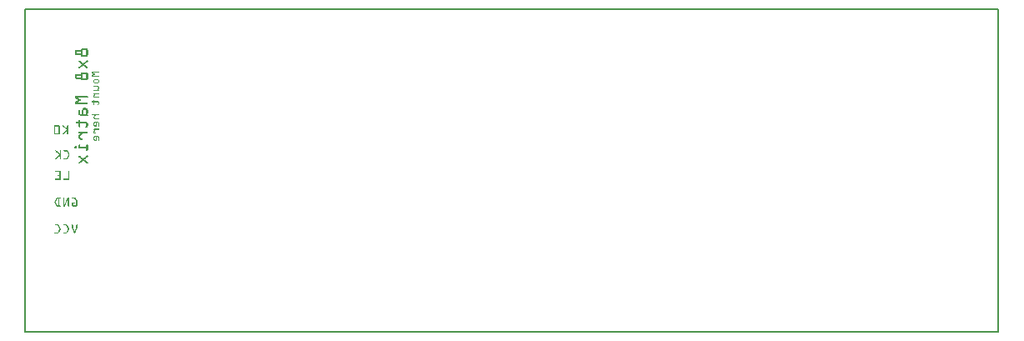
<source format=gbo>
G04 MADE WITH FRITZING*
G04 WWW.FRITZING.ORG*
G04 DOUBLE SIDED*
G04 HOLES PLATED*
G04 CONTOUR ON CENTER OF CONTOUR VECTOR*
%ASAXBY*%
%FSLAX23Y23*%
%MOIN*%
%OFA0B0*%
%SFA1.0B1.0*%
%ADD10R,3.897640X1.299210X3.881640X1.283210*%
%ADD11C,0.008000*%
%ADD12R,0.001000X0.001000*%
%LNSILK0*%
G90*
G70*
G54D11*
X4Y1295D02*
X3894Y1295D01*
X3894Y4D01*
X4Y4D01*
X4Y1295D01*
D02*
G54D12*
X230Y1137D02*
X249Y1137D01*
X229Y1136D02*
X251Y1136D01*
X227Y1135D02*
X252Y1135D01*
X227Y1134D02*
X253Y1134D01*
X226Y1133D02*
X253Y1133D01*
X226Y1132D02*
X254Y1132D01*
X226Y1131D02*
X254Y1131D01*
X205Y1130D02*
X231Y1130D01*
X248Y1130D02*
X254Y1130D01*
X204Y1129D02*
X231Y1129D01*
X248Y1129D02*
X254Y1129D01*
X203Y1128D02*
X231Y1128D01*
X248Y1128D02*
X254Y1128D01*
X203Y1127D02*
X231Y1127D01*
X248Y1127D02*
X254Y1127D01*
X203Y1126D02*
X231Y1126D01*
X248Y1126D02*
X254Y1126D01*
X203Y1125D02*
X231Y1125D01*
X248Y1125D02*
X254Y1125D01*
X203Y1124D02*
X209Y1124D01*
X225Y1124D02*
X231Y1124D01*
X248Y1124D02*
X254Y1124D01*
X203Y1123D02*
X209Y1123D01*
X226Y1123D02*
X231Y1123D01*
X248Y1123D02*
X254Y1123D01*
X203Y1122D02*
X209Y1122D01*
X226Y1122D02*
X231Y1122D01*
X248Y1122D02*
X254Y1122D01*
X203Y1121D02*
X209Y1121D01*
X226Y1121D02*
X231Y1121D01*
X248Y1121D02*
X254Y1121D01*
X203Y1120D02*
X209Y1120D01*
X226Y1120D02*
X231Y1120D01*
X248Y1120D02*
X254Y1120D01*
X203Y1119D02*
X209Y1119D01*
X226Y1119D02*
X231Y1119D01*
X248Y1119D02*
X254Y1119D01*
X203Y1118D02*
X209Y1118D01*
X226Y1118D02*
X231Y1118D01*
X248Y1118D02*
X254Y1118D01*
X203Y1117D02*
X231Y1117D01*
X248Y1117D02*
X254Y1117D01*
X203Y1116D02*
X231Y1116D01*
X248Y1116D02*
X254Y1116D01*
X203Y1115D02*
X231Y1115D01*
X248Y1115D02*
X254Y1115D01*
X203Y1114D02*
X231Y1114D01*
X248Y1114D02*
X254Y1114D01*
X204Y1113D02*
X231Y1113D01*
X248Y1113D02*
X254Y1113D01*
X204Y1112D02*
X231Y1112D01*
X248Y1112D02*
X254Y1112D01*
X225Y1111D02*
X254Y1111D01*
X226Y1110D02*
X254Y1110D01*
X226Y1109D02*
X253Y1109D01*
X227Y1108D02*
X253Y1108D01*
X227Y1107D02*
X252Y1107D01*
X228Y1106D02*
X251Y1106D01*
X230Y1105D02*
X250Y1105D01*
X220Y1089D02*
X220Y1089D01*
X249Y1089D02*
X252Y1089D01*
X218Y1088D02*
X222Y1088D01*
X248Y1088D02*
X253Y1088D01*
X218Y1087D02*
X223Y1087D01*
X247Y1087D02*
X254Y1087D01*
X217Y1086D02*
X225Y1086D01*
X246Y1086D02*
X254Y1086D01*
X217Y1085D02*
X226Y1085D01*
X244Y1085D02*
X253Y1085D01*
X218Y1084D02*
X227Y1084D01*
X243Y1084D02*
X253Y1084D01*
X219Y1083D02*
X228Y1083D01*
X242Y1083D02*
X252Y1083D01*
X220Y1082D02*
X229Y1082D01*
X241Y1082D02*
X250Y1082D01*
X221Y1081D02*
X231Y1081D01*
X240Y1081D02*
X249Y1081D01*
X222Y1080D02*
X232Y1080D01*
X238Y1080D02*
X248Y1080D01*
X224Y1079D02*
X233Y1079D01*
X237Y1079D02*
X247Y1079D01*
X225Y1078D02*
X234Y1078D01*
X236Y1078D02*
X246Y1078D01*
X226Y1077D02*
X244Y1077D01*
X227Y1076D02*
X243Y1076D01*
X228Y1075D02*
X242Y1075D01*
X230Y1074D02*
X241Y1074D01*
X230Y1073D02*
X240Y1073D01*
X229Y1072D02*
X241Y1072D01*
X228Y1071D02*
X243Y1071D01*
X226Y1070D02*
X244Y1070D01*
X225Y1069D02*
X245Y1069D01*
X224Y1068D02*
X233Y1068D01*
X237Y1068D02*
X246Y1068D01*
X223Y1067D02*
X232Y1067D01*
X238Y1067D02*
X248Y1067D01*
X222Y1066D02*
X231Y1066D01*
X239Y1066D02*
X249Y1066D01*
X220Y1065D02*
X230Y1065D01*
X240Y1065D02*
X250Y1065D01*
X219Y1064D02*
X229Y1064D01*
X242Y1064D02*
X251Y1064D01*
X218Y1063D02*
X227Y1063D01*
X243Y1063D02*
X252Y1063D01*
X218Y1062D02*
X226Y1062D01*
X244Y1062D02*
X253Y1062D01*
X217Y1061D02*
X225Y1061D01*
X245Y1061D02*
X254Y1061D01*
X218Y1060D02*
X224Y1060D01*
X246Y1060D02*
X254Y1060D01*
X218Y1059D02*
X223Y1059D01*
X248Y1059D02*
X253Y1059D01*
X219Y1058D02*
X221Y1058D01*
X249Y1058D02*
X253Y1058D01*
X251Y1057D02*
X251Y1057D01*
X269Y1044D02*
X298Y1044D01*
X269Y1043D02*
X299Y1043D01*
X231Y1042D02*
X248Y1042D01*
X269Y1042D02*
X299Y1042D01*
X229Y1041D02*
X251Y1041D01*
X269Y1041D02*
X298Y1041D01*
X228Y1040D02*
X252Y1040D01*
X269Y1040D02*
X274Y1040D01*
X227Y1039D02*
X253Y1039D01*
X270Y1039D02*
X276Y1039D01*
X226Y1038D02*
X253Y1038D01*
X271Y1038D02*
X277Y1038D01*
X226Y1037D02*
X254Y1037D01*
X273Y1037D02*
X279Y1037D01*
X226Y1036D02*
X254Y1036D01*
X274Y1036D02*
X281Y1036D01*
X205Y1035D02*
X231Y1035D01*
X248Y1035D02*
X254Y1035D01*
X275Y1035D02*
X282Y1035D01*
X204Y1034D02*
X231Y1034D01*
X248Y1034D02*
X254Y1034D01*
X275Y1034D02*
X282Y1034D01*
X203Y1033D02*
X231Y1033D01*
X248Y1033D02*
X254Y1033D01*
X273Y1033D02*
X281Y1033D01*
X203Y1032D02*
X231Y1032D01*
X248Y1032D02*
X254Y1032D01*
X272Y1032D02*
X278Y1032D01*
X203Y1031D02*
X231Y1031D01*
X248Y1031D02*
X254Y1031D01*
X271Y1031D02*
X277Y1031D01*
X203Y1030D02*
X231Y1030D01*
X248Y1030D02*
X254Y1030D01*
X269Y1030D02*
X275Y1030D01*
X203Y1029D02*
X231Y1029D01*
X248Y1029D02*
X254Y1029D01*
X269Y1029D02*
X274Y1029D01*
X203Y1028D02*
X209Y1028D01*
X226Y1028D02*
X231Y1028D01*
X248Y1028D02*
X254Y1028D01*
X269Y1028D02*
X298Y1028D01*
X203Y1027D02*
X209Y1027D01*
X226Y1027D02*
X231Y1027D01*
X248Y1027D02*
X254Y1027D01*
X269Y1027D02*
X299Y1027D01*
X203Y1026D02*
X209Y1026D01*
X226Y1026D02*
X231Y1026D01*
X248Y1026D02*
X254Y1026D01*
X269Y1026D02*
X299Y1026D01*
X203Y1025D02*
X209Y1025D01*
X226Y1025D02*
X231Y1025D01*
X248Y1025D02*
X254Y1025D01*
X269Y1025D02*
X297Y1025D01*
X203Y1024D02*
X209Y1024D01*
X226Y1024D02*
X231Y1024D01*
X248Y1024D02*
X254Y1024D01*
X203Y1023D02*
X209Y1023D01*
X226Y1023D02*
X231Y1023D01*
X248Y1023D02*
X254Y1023D01*
X203Y1022D02*
X231Y1022D01*
X248Y1022D02*
X254Y1022D01*
X203Y1021D02*
X231Y1021D01*
X248Y1021D02*
X254Y1021D01*
X203Y1020D02*
X231Y1020D01*
X248Y1020D02*
X254Y1020D01*
X203Y1019D02*
X231Y1019D01*
X248Y1019D02*
X254Y1019D01*
X204Y1018D02*
X231Y1018D01*
X248Y1018D02*
X254Y1018D01*
X204Y1017D02*
X231Y1017D01*
X248Y1017D02*
X254Y1017D01*
X207Y1016D02*
X254Y1016D01*
X226Y1015D02*
X254Y1015D01*
X281Y1015D02*
X295Y1015D01*
X226Y1014D02*
X253Y1014D01*
X280Y1014D02*
X296Y1014D01*
X226Y1013D02*
X253Y1013D01*
X279Y1013D02*
X297Y1013D01*
X227Y1012D02*
X252Y1012D01*
X278Y1012D02*
X298Y1012D01*
X228Y1011D02*
X251Y1011D01*
X278Y1011D02*
X282Y1011D01*
X294Y1011D02*
X298Y1011D01*
X230Y1010D02*
X250Y1010D01*
X278Y1010D02*
X281Y1010D01*
X295Y1010D02*
X299Y1010D01*
X277Y1009D02*
X280Y1009D01*
X296Y1009D02*
X299Y1009D01*
X277Y1008D02*
X280Y1008D01*
X296Y1008D02*
X299Y1008D01*
X277Y1007D02*
X280Y1007D01*
X296Y1007D02*
X299Y1007D01*
X277Y1006D02*
X280Y1006D01*
X296Y1006D02*
X299Y1006D01*
X277Y1005D02*
X280Y1005D01*
X296Y1005D02*
X299Y1005D01*
X277Y1004D02*
X280Y1004D01*
X296Y1004D02*
X299Y1004D01*
X277Y1003D02*
X280Y1003D01*
X296Y1003D02*
X299Y1003D01*
X278Y1002D02*
X281Y1002D01*
X295Y1002D02*
X299Y1002D01*
X278Y1001D02*
X282Y1001D01*
X294Y1001D02*
X298Y1001D01*
X279Y1000D02*
X297Y1000D01*
X279Y999D02*
X297Y999D01*
X280Y998D02*
X296Y998D01*
X282Y997D02*
X294Y997D01*
X278Y987D02*
X292Y987D01*
X277Y986D02*
X296Y986D01*
X277Y985D02*
X297Y985D01*
X278Y984D02*
X298Y984D01*
X293Y983D02*
X298Y983D01*
X295Y982D02*
X299Y982D01*
X296Y981D02*
X299Y981D01*
X296Y980D02*
X299Y980D01*
X296Y979D02*
X299Y979D01*
X296Y978D02*
X299Y978D01*
X295Y977D02*
X298Y977D01*
X294Y976D02*
X298Y976D01*
X294Y975D02*
X297Y975D01*
X293Y974D02*
X297Y974D01*
X292Y973D02*
X296Y973D01*
X292Y972D02*
X296Y972D01*
X278Y971D02*
X298Y971D01*
X277Y970D02*
X299Y970D01*
X278Y969D02*
X299Y969D01*
X278Y968D02*
X298Y968D01*
X278Y958D02*
X298Y958D01*
X277Y957D02*
X299Y957D01*
X278Y956D02*
X299Y956D01*
X279Y955D02*
X297Y955D01*
X280Y954D02*
X284Y954D01*
X279Y953D02*
X283Y953D01*
X279Y952D02*
X283Y952D01*
X278Y951D02*
X282Y951D01*
X278Y950D02*
X281Y950D01*
X277Y949D02*
X281Y949D01*
X277Y948D02*
X280Y948D01*
X277Y947D02*
X280Y947D01*
X203Y946D02*
X253Y946D01*
X277Y946D02*
X280Y946D01*
X203Y945D02*
X253Y945D01*
X277Y945D02*
X280Y945D01*
X203Y944D02*
X254Y944D01*
X278Y944D02*
X281Y944D01*
X203Y943D02*
X254Y943D01*
X278Y943D02*
X298Y943D01*
X203Y942D02*
X253Y942D01*
X279Y942D02*
X299Y942D01*
X203Y941D02*
X252Y941D01*
X280Y941D02*
X299Y941D01*
X203Y940D02*
X212Y940D01*
X282Y940D02*
X298Y940D01*
X203Y939D02*
X214Y939D01*
X204Y938D02*
X215Y938D01*
X206Y937D02*
X216Y937D01*
X207Y936D02*
X218Y936D01*
X209Y935D02*
X219Y935D01*
X210Y934D02*
X221Y934D01*
X212Y933D02*
X225Y933D01*
X213Y932D02*
X226Y932D01*
X214Y931D02*
X226Y931D01*
X214Y930D02*
X226Y930D01*
X278Y930D02*
X279Y930D01*
X213Y929D02*
X225Y929D01*
X277Y929D02*
X280Y929D01*
X211Y928D02*
X224Y928D01*
X277Y928D02*
X280Y928D01*
X210Y927D02*
X220Y927D01*
X277Y927D02*
X280Y927D01*
X208Y926D02*
X219Y926D01*
X271Y926D02*
X295Y926D01*
X207Y925D02*
X217Y925D01*
X271Y925D02*
X297Y925D01*
X205Y924D02*
X216Y924D01*
X271Y924D02*
X298Y924D01*
X204Y923D02*
X215Y923D01*
X271Y923D02*
X298Y923D01*
X203Y922D02*
X213Y922D01*
X277Y922D02*
X280Y922D01*
X295Y922D02*
X299Y922D01*
X203Y921D02*
X212Y921D01*
X277Y921D02*
X280Y921D01*
X296Y921D02*
X299Y921D01*
X203Y920D02*
X253Y920D01*
X277Y920D02*
X280Y920D01*
X296Y920D02*
X299Y920D01*
X203Y919D02*
X253Y919D01*
X277Y919D02*
X280Y919D01*
X296Y919D02*
X299Y919D01*
X203Y918D02*
X254Y918D01*
X277Y918D02*
X280Y918D01*
X296Y918D02*
X299Y918D01*
X203Y917D02*
X254Y917D01*
X277Y917D02*
X280Y917D01*
X296Y917D02*
X299Y917D01*
X203Y916D02*
X253Y916D01*
X277Y916D02*
X280Y916D01*
X296Y916D02*
X299Y916D01*
X203Y915D02*
X253Y915D01*
X277Y915D02*
X280Y915D01*
X295Y915D02*
X299Y915D01*
X277Y914D02*
X280Y914D01*
X293Y914D02*
X298Y914D01*
X278Y913D02*
X279Y913D01*
X292Y913D02*
X297Y913D01*
X293Y912D02*
X296Y912D01*
X293Y911D02*
X295Y911D01*
X238Y899D02*
X247Y899D01*
X236Y898D02*
X249Y898D01*
X235Y897D02*
X250Y897D01*
X234Y896D02*
X251Y896D01*
X233Y895D02*
X252Y895D01*
X232Y894D02*
X253Y894D01*
X232Y893D02*
X253Y893D01*
X218Y892D02*
X222Y892D01*
X232Y892D02*
X238Y892D01*
X247Y892D02*
X253Y892D01*
X218Y891D02*
X223Y891D01*
X231Y891D02*
X237Y891D01*
X248Y891D02*
X254Y891D01*
X217Y890D02*
X223Y890D01*
X231Y890D02*
X237Y890D01*
X248Y890D02*
X254Y890D01*
X217Y889D02*
X223Y889D01*
X231Y889D02*
X237Y889D01*
X248Y889D02*
X254Y889D01*
X217Y888D02*
X223Y888D01*
X231Y888D02*
X237Y888D01*
X248Y888D02*
X254Y888D01*
X217Y887D02*
X223Y887D01*
X231Y887D02*
X237Y887D01*
X248Y887D02*
X254Y887D01*
X217Y886D02*
X223Y886D01*
X231Y886D02*
X237Y886D01*
X248Y886D02*
X254Y886D01*
X217Y885D02*
X223Y885D01*
X231Y885D02*
X237Y885D01*
X248Y885D02*
X254Y885D01*
X217Y884D02*
X223Y884D01*
X231Y884D02*
X237Y884D01*
X248Y884D02*
X254Y884D01*
X217Y883D02*
X223Y883D01*
X231Y883D02*
X237Y883D01*
X248Y883D02*
X254Y883D01*
X217Y882D02*
X223Y882D01*
X231Y882D02*
X237Y882D01*
X248Y882D02*
X254Y882D01*
X217Y881D02*
X223Y881D01*
X231Y881D02*
X237Y881D01*
X248Y881D02*
X254Y881D01*
X217Y880D02*
X223Y880D01*
X231Y880D02*
X237Y880D01*
X248Y880D02*
X254Y880D01*
X217Y879D02*
X223Y879D01*
X231Y879D02*
X237Y879D01*
X247Y879D02*
X254Y879D01*
X217Y878D02*
X223Y878D01*
X231Y878D02*
X237Y878D01*
X246Y878D02*
X253Y878D01*
X217Y877D02*
X223Y877D01*
X231Y877D02*
X237Y877D01*
X246Y877D02*
X253Y877D01*
X217Y876D02*
X223Y876D01*
X231Y876D02*
X237Y876D01*
X245Y876D02*
X252Y876D01*
X218Y875D02*
X224Y875D01*
X232Y875D02*
X238Y875D01*
X245Y875D02*
X251Y875D01*
X218Y874D02*
X239Y874D01*
X244Y874D02*
X251Y874D01*
X218Y873D02*
X252Y873D01*
X270Y873D02*
X298Y873D01*
X219Y872D02*
X253Y872D01*
X269Y872D02*
X299Y872D01*
X220Y871D02*
X254Y871D01*
X269Y871D02*
X299Y871D01*
X221Y870D02*
X254Y870D01*
X270Y870D02*
X298Y870D01*
X222Y869D02*
X254Y869D01*
X280Y869D02*
X284Y869D01*
X224Y868D02*
X253Y868D01*
X280Y868D02*
X284Y868D01*
X241Y867D02*
X252Y867D01*
X279Y867D02*
X283Y867D01*
X279Y866D02*
X282Y866D01*
X278Y865D02*
X282Y865D01*
X278Y864D02*
X281Y864D01*
X277Y863D02*
X280Y863D01*
X277Y862D02*
X280Y862D01*
X277Y861D02*
X280Y861D01*
X277Y860D02*
X280Y860D01*
X277Y859D02*
X281Y859D01*
X278Y858D02*
X285Y858D01*
X278Y857D02*
X298Y857D01*
X279Y856D02*
X299Y856D01*
X280Y855D02*
X299Y855D01*
X287Y854D02*
X298Y854D01*
X219Y851D02*
X222Y851D01*
X218Y850D02*
X223Y850D01*
X217Y849D02*
X223Y849D01*
X217Y848D02*
X223Y848D01*
X217Y847D02*
X223Y847D01*
X217Y846D02*
X223Y846D01*
X208Y845D02*
X246Y845D01*
X207Y844D02*
X249Y844D01*
X282Y844D02*
X295Y844D01*
X206Y843D02*
X250Y843D01*
X280Y843D02*
X296Y843D01*
X206Y842D02*
X251Y842D01*
X279Y842D02*
X297Y842D01*
X206Y841D02*
X252Y841D01*
X279Y841D02*
X298Y841D01*
X207Y840D02*
X253Y840D01*
X278Y840D02*
X282Y840D01*
X287Y840D02*
X290Y840D01*
X294Y840D02*
X298Y840D01*
X208Y839D02*
X253Y839D01*
X278Y839D02*
X281Y839D01*
X287Y839D02*
X290Y839D01*
X295Y839D02*
X299Y839D01*
X217Y838D02*
X223Y838D01*
X247Y838D02*
X253Y838D01*
X277Y838D02*
X280Y838D01*
X287Y838D02*
X290Y838D01*
X296Y838D02*
X299Y838D01*
X217Y837D02*
X223Y837D01*
X248Y837D02*
X254Y837D01*
X277Y837D02*
X280Y837D01*
X287Y837D02*
X290Y837D01*
X296Y837D02*
X299Y837D01*
X217Y836D02*
X223Y836D01*
X248Y836D02*
X254Y836D01*
X277Y836D02*
X280Y836D01*
X287Y836D02*
X290Y836D01*
X296Y836D02*
X299Y836D01*
X217Y835D02*
X223Y835D01*
X248Y835D02*
X254Y835D01*
X277Y835D02*
X280Y835D01*
X287Y835D02*
X290Y835D01*
X296Y835D02*
X299Y835D01*
X217Y834D02*
X223Y834D01*
X248Y834D02*
X254Y834D01*
X277Y834D02*
X280Y834D01*
X287Y834D02*
X290Y834D01*
X296Y834D02*
X299Y834D01*
X217Y833D02*
X223Y833D01*
X248Y833D02*
X254Y833D01*
X277Y833D02*
X280Y833D01*
X287Y833D02*
X290Y833D01*
X296Y833D02*
X299Y833D01*
X217Y832D02*
X223Y832D01*
X248Y832D02*
X254Y832D01*
X277Y832D02*
X280Y832D01*
X287Y832D02*
X290Y832D01*
X296Y832D02*
X299Y832D01*
X217Y831D02*
X223Y831D01*
X248Y831D02*
X254Y831D01*
X278Y831D02*
X281Y831D01*
X287Y831D02*
X290Y831D01*
X296Y831D02*
X299Y831D01*
X122Y830D02*
X138Y830D01*
X154Y830D02*
X155Y830D01*
X173Y830D02*
X174Y830D01*
X217Y830D02*
X223Y830D01*
X248Y830D02*
X254Y830D01*
X278Y830D02*
X282Y830D01*
X287Y830D02*
X290Y830D01*
X296Y830D02*
X299Y830D01*
X120Y829D02*
X139Y829D01*
X153Y829D02*
X156Y829D01*
X172Y829D02*
X175Y829D01*
X217Y829D02*
X223Y829D01*
X248Y829D02*
X254Y829D01*
X278Y829D02*
X290Y829D01*
X296Y829D02*
X299Y829D01*
X119Y828D02*
X140Y828D01*
X153Y828D02*
X158Y828D01*
X172Y828D02*
X175Y828D01*
X217Y828D02*
X223Y828D01*
X248Y828D02*
X254Y828D01*
X279Y828D02*
X290Y828D01*
X296Y828D02*
X299Y828D01*
X119Y827D02*
X141Y827D01*
X153Y827D02*
X159Y827D01*
X171Y827D02*
X175Y827D01*
X217Y827D02*
X223Y827D01*
X247Y827D02*
X254Y827D01*
X280Y827D02*
X290Y827D01*
X296Y827D02*
X299Y827D01*
X119Y826D02*
X141Y826D01*
X154Y826D02*
X160Y826D01*
X171Y826D02*
X175Y826D01*
X217Y826D02*
X223Y826D01*
X246Y826D02*
X253Y826D01*
X281Y826D02*
X290Y826D01*
X296Y826D02*
X298Y826D01*
X119Y825D02*
X122Y825D01*
X137Y825D02*
X141Y825D01*
X155Y825D02*
X161Y825D01*
X171Y825D02*
X175Y825D01*
X217Y825D02*
X223Y825D01*
X244Y825D02*
X253Y825D01*
X119Y824D02*
X122Y824D01*
X137Y824D02*
X141Y824D01*
X156Y824D02*
X162Y824D01*
X171Y824D02*
X175Y824D01*
X218Y824D02*
X223Y824D01*
X243Y824D02*
X252Y824D01*
X119Y823D02*
X122Y823D01*
X137Y823D02*
X141Y823D01*
X157Y823D02*
X163Y823D01*
X171Y823D02*
X175Y823D01*
X219Y823D02*
X222Y823D01*
X243Y823D02*
X252Y823D01*
X119Y822D02*
X122Y822D01*
X137Y822D02*
X141Y822D01*
X158Y822D02*
X165Y822D01*
X171Y822D02*
X175Y822D01*
X243Y822D02*
X251Y822D01*
X119Y821D02*
X122Y821D01*
X137Y821D02*
X141Y821D01*
X159Y821D02*
X166Y821D01*
X171Y821D02*
X175Y821D01*
X243Y821D02*
X250Y821D01*
X119Y820D02*
X122Y820D01*
X137Y820D02*
X141Y820D01*
X161Y820D02*
X167Y820D01*
X171Y820D02*
X175Y820D01*
X244Y820D02*
X248Y820D01*
X119Y819D02*
X122Y819D01*
X137Y819D02*
X141Y819D01*
X162Y819D02*
X168Y819D01*
X171Y819D02*
X175Y819D01*
X119Y818D02*
X122Y818D01*
X137Y818D02*
X141Y818D01*
X163Y818D02*
X169Y818D01*
X171Y818D02*
X175Y818D01*
X119Y817D02*
X122Y817D01*
X137Y817D02*
X141Y817D01*
X164Y817D02*
X175Y817D01*
X119Y816D02*
X122Y816D01*
X137Y816D02*
X141Y816D01*
X165Y816D02*
X175Y816D01*
X279Y816D02*
X298Y816D01*
X119Y815D02*
X122Y815D01*
X137Y815D02*
X141Y815D01*
X166Y815D02*
X175Y815D01*
X278Y815D02*
X299Y815D01*
X119Y814D02*
X122Y814D01*
X137Y814D02*
X141Y814D01*
X168Y814D02*
X175Y814D01*
X277Y814D02*
X299Y814D01*
X119Y813D02*
X122Y813D01*
X137Y813D02*
X141Y813D01*
X169Y813D02*
X175Y813D01*
X278Y813D02*
X298Y813D01*
X119Y812D02*
X122Y812D01*
X137Y812D02*
X141Y812D01*
X170Y812D02*
X175Y812D01*
X281Y812D02*
X286Y812D01*
X119Y811D02*
X122Y811D01*
X137Y811D02*
X141Y811D01*
X169Y811D02*
X175Y811D01*
X281Y811D02*
X285Y811D01*
X119Y810D02*
X122Y810D01*
X137Y810D02*
X141Y810D01*
X168Y810D02*
X175Y810D01*
X280Y810D02*
X284Y810D01*
X119Y809D02*
X122Y809D01*
X137Y809D02*
X141Y809D01*
X167Y809D02*
X175Y809D01*
X279Y809D02*
X283Y809D01*
X119Y808D02*
X122Y808D01*
X137Y808D02*
X141Y808D01*
X166Y808D02*
X175Y808D01*
X278Y808D02*
X282Y808D01*
X119Y807D02*
X122Y807D01*
X137Y807D02*
X141Y807D01*
X165Y807D02*
X175Y807D01*
X277Y807D02*
X282Y807D01*
X119Y806D02*
X122Y806D01*
X137Y806D02*
X141Y806D01*
X163Y806D02*
X175Y806D01*
X277Y806D02*
X281Y806D01*
X119Y805D02*
X122Y805D01*
X137Y805D02*
X141Y805D01*
X162Y805D02*
X169Y805D01*
X171Y805D02*
X175Y805D01*
X277Y805D02*
X280Y805D01*
X119Y804D02*
X122Y804D01*
X137Y804D02*
X141Y804D01*
X161Y804D02*
X167Y804D01*
X171Y804D02*
X175Y804D01*
X219Y804D02*
X252Y804D01*
X277Y804D02*
X280Y804D01*
X119Y803D02*
X122Y803D01*
X137Y803D02*
X141Y803D01*
X160Y803D02*
X166Y803D01*
X171Y803D02*
X175Y803D01*
X218Y803D02*
X253Y803D01*
X277Y803D02*
X280Y803D01*
X119Y802D02*
X122Y802D01*
X137Y802D02*
X141Y802D01*
X159Y802D02*
X165Y802D01*
X171Y802D02*
X175Y802D01*
X218Y802D02*
X254Y802D01*
X277Y802D02*
X280Y802D01*
X119Y801D02*
X122Y801D01*
X137Y801D02*
X141Y801D01*
X158Y801D02*
X164Y801D01*
X171Y801D02*
X175Y801D01*
X217Y801D02*
X254Y801D01*
X278Y801D02*
X281Y801D01*
X119Y800D02*
X122Y800D01*
X137Y800D02*
X141Y800D01*
X156Y800D02*
X163Y800D01*
X171Y800D02*
X175Y800D01*
X218Y800D02*
X254Y800D01*
X278Y800D02*
X285Y800D01*
X119Y799D02*
X122Y799D01*
X137Y799D02*
X141Y799D01*
X155Y799D02*
X162Y799D01*
X171Y799D02*
X175Y799D01*
X218Y799D02*
X253Y799D01*
X278Y799D02*
X285Y799D01*
X119Y798D02*
X141Y798D01*
X154Y798D02*
X160Y798D01*
X171Y798D02*
X175Y798D01*
X219Y798D02*
X252Y798D01*
X279Y798D02*
X285Y798D01*
X119Y797D02*
X141Y797D01*
X153Y797D02*
X159Y797D01*
X171Y797D02*
X175Y797D01*
X224Y797D02*
X232Y797D01*
X281Y797D02*
X285Y797D01*
X119Y796D02*
X141Y796D01*
X153Y796D02*
X158Y796D01*
X171Y796D02*
X175Y796D01*
X223Y796D02*
X231Y796D01*
X120Y795D02*
X140Y795D01*
X153Y795D02*
X157Y795D01*
X172Y795D02*
X175Y795D01*
X222Y795D02*
X230Y795D01*
X121Y794D02*
X139Y794D01*
X154Y794D02*
X156Y794D01*
X172Y794D02*
X174Y794D01*
X222Y794D02*
X229Y794D01*
X221Y793D02*
X228Y793D01*
X220Y792D02*
X228Y792D01*
X219Y791D02*
X227Y791D01*
X218Y790D02*
X226Y790D01*
X218Y789D02*
X225Y789D01*
X217Y788D02*
X224Y788D01*
X217Y787D02*
X223Y787D01*
X282Y787D02*
X294Y787D01*
X217Y786D02*
X223Y786D01*
X280Y786D02*
X296Y786D01*
X217Y785D02*
X223Y785D01*
X279Y785D02*
X297Y785D01*
X217Y784D02*
X223Y784D01*
X279Y784D02*
X298Y784D01*
X217Y783D02*
X223Y783D01*
X278Y783D02*
X282Y783D01*
X287Y783D02*
X290Y783D01*
X294Y783D02*
X298Y783D01*
X217Y782D02*
X223Y782D01*
X278Y782D02*
X281Y782D01*
X287Y782D02*
X290Y782D01*
X295Y782D02*
X299Y782D01*
X217Y781D02*
X223Y781D01*
X277Y781D02*
X280Y781D01*
X287Y781D02*
X290Y781D01*
X296Y781D02*
X299Y781D01*
X217Y780D02*
X223Y780D01*
X277Y780D02*
X280Y780D01*
X287Y780D02*
X290Y780D01*
X296Y780D02*
X299Y780D01*
X218Y779D02*
X224Y779D01*
X277Y779D02*
X280Y779D01*
X287Y779D02*
X290Y779D01*
X296Y779D02*
X299Y779D01*
X218Y778D02*
X229Y778D01*
X277Y778D02*
X280Y778D01*
X287Y778D02*
X290Y778D01*
X296Y778D02*
X299Y778D01*
X218Y777D02*
X231Y777D01*
X277Y777D02*
X280Y777D01*
X287Y777D02*
X290Y777D01*
X296Y777D02*
X299Y777D01*
X219Y776D02*
X231Y776D01*
X277Y776D02*
X280Y776D01*
X287Y776D02*
X290Y776D01*
X296Y776D02*
X299Y776D01*
X220Y775D02*
X231Y775D01*
X277Y775D02*
X280Y775D01*
X287Y775D02*
X290Y775D01*
X296Y775D02*
X299Y775D01*
X221Y774D02*
X231Y774D01*
X278Y774D02*
X281Y774D01*
X287Y774D02*
X290Y774D01*
X296Y774D02*
X299Y774D01*
X222Y773D02*
X231Y773D01*
X278Y773D02*
X282Y773D01*
X287Y773D02*
X290Y773D01*
X296Y773D02*
X299Y773D01*
X224Y772D02*
X230Y772D01*
X278Y772D02*
X283Y772D01*
X287Y772D02*
X290Y772D01*
X296Y772D02*
X299Y772D01*
X279Y771D02*
X290Y771D01*
X296Y771D02*
X299Y771D01*
X280Y770D02*
X290Y770D01*
X296Y770D02*
X299Y770D01*
X281Y769D02*
X290Y769D01*
X296Y769D02*
X298Y769D01*
X284Y768D02*
X288Y768D01*
X219Y753D02*
X221Y753D01*
X250Y753D02*
X252Y753D01*
X218Y752D02*
X222Y752D01*
X249Y752D02*
X253Y752D01*
X217Y751D02*
X223Y751D01*
X248Y751D02*
X254Y751D01*
X217Y750D02*
X223Y750D01*
X248Y750D02*
X254Y750D01*
X217Y749D02*
X223Y749D01*
X248Y749D02*
X254Y749D01*
X217Y748D02*
X223Y748D01*
X248Y748D02*
X254Y748D01*
X217Y747D02*
X223Y747D01*
X248Y747D02*
X254Y747D01*
X202Y746D02*
X208Y746D01*
X217Y746D02*
X223Y746D01*
X248Y746D02*
X254Y746D01*
X201Y745D02*
X209Y745D01*
X217Y745D02*
X223Y745D01*
X248Y745D02*
X254Y745D01*
X201Y744D02*
X209Y744D01*
X217Y744D02*
X223Y744D01*
X248Y744D02*
X254Y744D01*
X201Y743D02*
X209Y743D01*
X217Y743D02*
X254Y743D01*
X201Y742D02*
X209Y742D01*
X217Y742D02*
X254Y742D01*
X201Y741D02*
X209Y741D01*
X217Y741D02*
X254Y741D01*
X201Y740D02*
X209Y740D01*
X217Y740D02*
X254Y740D01*
X201Y739D02*
X209Y739D01*
X218Y739D02*
X254Y739D01*
X202Y738D02*
X208Y738D01*
X218Y738D02*
X254Y738D01*
X248Y737D02*
X254Y737D01*
X248Y736D02*
X254Y736D01*
X248Y735D02*
X254Y735D01*
X248Y734D02*
X254Y734D01*
X248Y733D02*
X254Y733D01*
X248Y732D02*
X254Y732D01*
X248Y731D02*
X254Y731D01*
X125Y730D02*
X126Y730D01*
X144Y730D02*
X145Y730D01*
X159Y730D02*
X170Y730D01*
X248Y730D02*
X254Y730D01*
X124Y729D02*
X127Y729D01*
X143Y729D02*
X146Y729D01*
X158Y729D02*
X172Y729D01*
X248Y729D02*
X253Y729D01*
X124Y728D02*
X129Y728D01*
X142Y728D02*
X146Y728D01*
X158Y728D02*
X173Y728D01*
X249Y728D02*
X253Y728D01*
X124Y727D02*
X130Y727D01*
X142Y727D02*
X146Y727D01*
X158Y727D02*
X174Y727D01*
X125Y726D02*
X131Y726D01*
X142Y726D02*
X146Y726D01*
X159Y726D02*
X175Y726D01*
X126Y725D02*
X132Y725D01*
X142Y725D02*
X146Y725D01*
X170Y725D02*
X175Y725D01*
X127Y724D02*
X133Y724D01*
X142Y724D02*
X146Y724D01*
X171Y724D02*
X176Y724D01*
X128Y723D02*
X134Y723D01*
X142Y723D02*
X146Y723D01*
X172Y723D02*
X176Y723D01*
X129Y722D02*
X136Y722D01*
X142Y722D02*
X146Y722D01*
X172Y722D02*
X177Y722D01*
X130Y721D02*
X137Y721D01*
X142Y721D02*
X146Y721D01*
X173Y721D02*
X177Y721D01*
X132Y720D02*
X138Y720D01*
X142Y720D02*
X146Y720D01*
X173Y720D02*
X178Y720D01*
X133Y719D02*
X139Y719D01*
X142Y719D02*
X146Y719D01*
X174Y719D02*
X178Y719D01*
X134Y718D02*
X140Y718D01*
X142Y718D02*
X146Y718D01*
X174Y718D02*
X179Y718D01*
X135Y717D02*
X146Y717D01*
X175Y717D02*
X179Y717D01*
X136Y716D02*
X146Y716D01*
X175Y716D02*
X180Y716D01*
X137Y715D02*
X146Y715D01*
X176Y715D02*
X180Y715D01*
X139Y714D02*
X146Y714D01*
X176Y714D02*
X180Y714D01*
X140Y713D02*
X146Y713D01*
X176Y713D02*
X180Y713D01*
X141Y712D02*
X146Y712D01*
X177Y712D02*
X180Y712D01*
X140Y711D02*
X146Y711D01*
X177Y711D02*
X180Y711D01*
X139Y710D02*
X146Y710D01*
X176Y710D02*
X180Y710D01*
X138Y709D02*
X146Y709D01*
X176Y709D02*
X180Y709D01*
X250Y709D02*
X251Y709D01*
X137Y708D02*
X146Y708D01*
X175Y708D02*
X180Y708D01*
X219Y708D02*
X221Y708D01*
X249Y708D02*
X253Y708D01*
X136Y707D02*
X146Y707D01*
X175Y707D02*
X179Y707D01*
X218Y707D02*
X223Y707D01*
X248Y707D02*
X254Y707D01*
X134Y706D02*
X146Y706D01*
X174Y706D02*
X179Y706D01*
X218Y706D02*
X224Y706D01*
X246Y706D02*
X254Y706D01*
X133Y705D02*
X140Y705D01*
X142Y705D02*
X146Y705D01*
X174Y705D02*
X178Y705D01*
X217Y705D02*
X225Y705D01*
X245Y705D02*
X254Y705D01*
X132Y704D02*
X138Y704D01*
X142Y704D02*
X146Y704D01*
X173Y704D02*
X178Y704D01*
X218Y704D02*
X226Y704D01*
X244Y704D02*
X253Y704D01*
X131Y703D02*
X137Y703D01*
X142Y703D02*
X146Y703D01*
X173Y703D02*
X177Y703D01*
X218Y703D02*
X227Y703D01*
X243Y703D02*
X252Y703D01*
X130Y702D02*
X136Y702D01*
X142Y702D02*
X146Y702D01*
X172Y702D02*
X177Y702D01*
X219Y702D02*
X229Y702D01*
X242Y702D02*
X251Y702D01*
X129Y701D02*
X135Y701D01*
X142Y701D02*
X146Y701D01*
X172Y701D02*
X176Y701D01*
X220Y701D02*
X230Y701D01*
X240Y701D02*
X250Y701D01*
X127Y700D02*
X134Y700D01*
X142Y700D02*
X146Y700D01*
X171Y700D02*
X176Y700D01*
X222Y700D02*
X231Y700D01*
X239Y700D02*
X249Y700D01*
X126Y699D02*
X133Y699D01*
X142Y699D02*
X146Y699D01*
X171Y699D02*
X175Y699D01*
X223Y699D02*
X232Y699D01*
X238Y699D02*
X247Y699D01*
X125Y698D02*
X131Y698D01*
X142Y698D02*
X146Y698D01*
X159Y698D02*
X175Y698D01*
X224Y698D02*
X233Y698D01*
X237Y698D02*
X246Y698D01*
X124Y697D02*
X130Y697D01*
X142Y697D02*
X146Y697D01*
X158Y697D02*
X174Y697D01*
X225Y697D02*
X245Y697D01*
X124Y696D02*
X129Y696D01*
X142Y696D02*
X146Y696D01*
X158Y696D02*
X173Y696D01*
X226Y696D02*
X244Y696D01*
X124Y695D02*
X128Y695D01*
X143Y695D02*
X146Y695D01*
X158Y695D02*
X172Y695D01*
X228Y695D02*
X243Y695D01*
X125Y694D02*
X127Y694D01*
X143Y694D02*
X145Y694D01*
X159Y694D02*
X171Y694D01*
X229Y694D02*
X241Y694D01*
X230Y693D02*
X240Y693D01*
X229Y692D02*
X241Y692D01*
X228Y691D02*
X242Y691D01*
X227Y690D02*
X243Y690D01*
X226Y689D02*
X244Y689D01*
X225Y688D02*
X234Y688D01*
X236Y688D02*
X246Y688D01*
X223Y687D02*
X233Y687D01*
X237Y687D02*
X247Y687D01*
X222Y686D02*
X232Y686D01*
X239Y686D02*
X248Y686D01*
X221Y685D02*
X230Y685D01*
X240Y685D02*
X249Y685D01*
X220Y684D02*
X229Y684D01*
X241Y684D02*
X250Y684D01*
X219Y683D02*
X228Y683D01*
X242Y683D02*
X252Y683D01*
X218Y682D02*
X227Y682D01*
X243Y682D02*
X253Y682D01*
X217Y681D02*
X226Y681D01*
X245Y681D02*
X253Y681D01*
X217Y680D02*
X224Y680D01*
X246Y680D02*
X254Y680D01*
X218Y679D02*
X223Y679D01*
X247Y679D02*
X254Y679D01*
X218Y678D02*
X222Y678D01*
X248Y678D02*
X253Y678D01*
X249Y677D02*
X252Y677D01*
X123Y648D02*
X145Y648D01*
X176Y648D02*
X178Y648D01*
X122Y647D02*
X145Y647D01*
X175Y647D02*
X179Y647D01*
X122Y646D02*
X145Y646D01*
X175Y646D02*
X179Y646D01*
X123Y645D02*
X145Y645D01*
X175Y645D02*
X179Y645D01*
X125Y644D02*
X145Y644D01*
X175Y644D02*
X179Y644D01*
X141Y643D02*
X145Y643D01*
X175Y643D02*
X179Y643D01*
X141Y642D02*
X145Y642D01*
X175Y642D02*
X179Y642D01*
X141Y641D02*
X145Y641D01*
X175Y641D02*
X179Y641D01*
X141Y640D02*
X145Y640D01*
X175Y640D02*
X179Y640D01*
X141Y639D02*
X145Y639D01*
X175Y639D02*
X179Y639D01*
X141Y638D02*
X145Y638D01*
X175Y638D02*
X179Y638D01*
X141Y637D02*
X145Y637D01*
X175Y637D02*
X179Y637D01*
X141Y636D02*
X145Y636D01*
X175Y636D02*
X179Y636D01*
X141Y635D02*
X145Y635D01*
X175Y635D02*
X179Y635D01*
X141Y634D02*
X145Y634D01*
X175Y634D02*
X179Y634D01*
X141Y633D02*
X145Y633D01*
X175Y633D02*
X179Y633D01*
X132Y632D02*
X145Y632D01*
X175Y632D02*
X179Y632D01*
X132Y631D02*
X145Y631D01*
X175Y631D02*
X179Y631D01*
X132Y630D02*
X145Y630D01*
X175Y630D02*
X179Y630D01*
X132Y629D02*
X145Y629D01*
X175Y629D02*
X179Y629D01*
X134Y628D02*
X145Y628D01*
X175Y628D02*
X179Y628D01*
X141Y627D02*
X145Y627D01*
X175Y627D02*
X179Y627D01*
X141Y626D02*
X145Y626D01*
X175Y626D02*
X179Y626D01*
X141Y625D02*
X145Y625D01*
X175Y625D02*
X179Y625D01*
X141Y624D02*
X145Y624D01*
X175Y624D02*
X179Y624D01*
X141Y623D02*
X145Y623D01*
X175Y623D02*
X179Y623D01*
X141Y622D02*
X145Y622D01*
X175Y622D02*
X179Y622D01*
X141Y621D02*
X145Y621D01*
X175Y621D02*
X179Y621D01*
X141Y620D02*
X145Y620D01*
X175Y620D02*
X179Y620D01*
X141Y619D02*
X145Y619D01*
X175Y619D02*
X179Y619D01*
X141Y618D02*
X145Y618D01*
X175Y618D02*
X179Y618D01*
X141Y617D02*
X145Y617D01*
X175Y617D02*
X179Y617D01*
X123Y616D02*
X145Y616D01*
X157Y616D02*
X179Y616D01*
X122Y615D02*
X145Y615D01*
X157Y615D02*
X179Y615D01*
X122Y614D02*
X145Y614D01*
X156Y614D02*
X179Y614D01*
X123Y613D02*
X145Y613D01*
X157Y613D02*
X179Y613D01*
X124Y612D02*
X144Y612D01*
X158Y612D02*
X179Y612D01*
X132Y541D02*
X143Y541D01*
X157Y541D02*
X158Y541D01*
X173Y541D02*
X178Y541D01*
X191Y541D02*
X201Y541D01*
X130Y540D02*
X144Y540D01*
X156Y540D02*
X159Y540D01*
X172Y540D02*
X178Y540D01*
X190Y540D02*
X202Y540D01*
X129Y539D02*
X144Y539D01*
X156Y539D02*
X159Y539D01*
X172Y539D02*
X178Y539D01*
X190Y539D02*
X204Y539D01*
X128Y538D02*
X144Y538D01*
X156Y538D02*
X159Y538D01*
X171Y538D02*
X178Y538D01*
X190Y538D02*
X204Y538D01*
X127Y537D02*
X143Y537D01*
X156Y537D02*
X159Y537D01*
X171Y537D02*
X178Y537D01*
X191Y537D02*
X205Y537D01*
X127Y536D02*
X131Y536D01*
X135Y536D02*
X139Y536D01*
X156Y536D02*
X159Y536D01*
X170Y536D02*
X178Y536D01*
X201Y536D02*
X206Y536D01*
X126Y535D02*
X131Y535D01*
X135Y535D02*
X139Y535D01*
X156Y535D02*
X159Y535D01*
X170Y535D02*
X178Y535D01*
X202Y535D02*
X207Y535D01*
X126Y534D02*
X130Y534D01*
X135Y534D02*
X139Y534D01*
X156Y534D02*
X159Y534D01*
X170Y534D02*
X178Y534D01*
X202Y534D02*
X207Y534D01*
X125Y533D02*
X130Y533D01*
X135Y533D02*
X139Y533D01*
X156Y533D02*
X159Y533D01*
X169Y533D02*
X178Y533D01*
X203Y533D02*
X208Y533D01*
X125Y532D02*
X129Y532D01*
X135Y532D02*
X139Y532D01*
X156Y532D02*
X159Y532D01*
X169Y532D02*
X178Y532D01*
X204Y532D02*
X209Y532D01*
X124Y531D02*
X129Y531D01*
X135Y531D02*
X139Y531D01*
X156Y531D02*
X159Y531D01*
X168Y531D02*
X178Y531D01*
X205Y531D02*
X210Y531D01*
X124Y530D02*
X128Y530D01*
X135Y530D02*
X139Y530D01*
X156Y530D02*
X159Y530D01*
X168Y530D02*
X172Y530D01*
X174Y530D02*
X178Y530D01*
X205Y530D02*
X211Y530D01*
X123Y529D02*
X128Y529D01*
X135Y529D02*
X139Y529D01*
X156Y529D02*
X159Y529D01*
X167Y529D02*
X172Y529D01*
X174Y529D02*
X178Y529D01*
X206Y529D02*
X211Y529D01*
X123Y528D02*
X127Y528D01*
X135Y528D02*
X139Y528D01*
X156Y528D02*
X159Y528D01*
X167Y528D02*
X171Y528D01*
X174Y528D02*
X178Y528D01*
X207Y528D02*
X212Y528D01*
X122Y527D02*
X127Y527D01*
X135Y527D02*
X139Y527D01*
X156Y527D02*
X159Y527D01*
X167Y527D02*
X171Y527D01*
X174Y527D02*
X178Y527D01*
X208Y527D02*
X212Y527D01*
X122Y526D02*
X126Y526D01*
X135Y526D02*
X139Y526D01*
X156Y526D02*
X159Y526D01*
X166Y526D02*
X170Y526D01*
X174Y526D02*
X178Y526D01*
X208Y526D02*
X212Y526D01*
X122Y525D02*
X126Y525D01*
X135Y525D02*
X139Y525D01*
X156Y525D02*
X159Y525D01*
X166Y525D02*
X170Y525D01*
X174Y525D02*
X178Y525D01*
X208Y525D02*
X212Y525D01*
X121Y524D02*
X125Y524D01*
X135Y524D02*
X139Y524D01*
X156Y524D02*
X159Y524D01*
X165Y524D02*
X169Y524D01*
X174Y524D02*
X178Y524D01*
X208Y524D02*
X212Y524D01*
X121Y523D02*
X125Y523D01*
X135Y523D02*
X139Y523D01*
X156Y523D02*
X159Y523D01*
X165Y523D02*
X169Y523D01*
X174Y523D02*
X178Y523D01*
X208Y523D02*
X212Y523D01*
X121Y522D02*
X125Y522D01*
X135Y522D02*
X139Y522D01*
X156Y522D02*
X159Y522D01*
X164Y522D02*
X169Y522D01*
X174Y522D02*
X178Y522D01*
X208Y522D02*
X212Y522D01*
X122Y521D02*
X126Y521D01*
X135Y521D02*
X139Y521D01*
X156Y521D02*
X159Y521D01*
X164Y521D02*
X168Y521D01*
X174Y521D02*
X178Y521D01*
X190Y521D02*
X199Y521D01*
X208Y521D02*
X212Y521D01*
X122Y520D02*
X126Y520D01*
X135Y520D02*
X139Y520D01*
X156Y520D02*
X159Y520D01*
X163Y520D02*
X168Y520D01*
X174Y520D02*
X178Y520D01*
X190Y520D02*
X200Y520D01*
X208Y520D02*
X212Y520D01*
X122Y519D02*
X126Y519D01*
X135Y519D02*
X139Y519D01*
X156Y519D02*
X159Y519D01*
X163Y519D02*
X167Y519D01*
X174Y519D02*
X178Y519D01*
X190Y519D02*
X201Y519D01*
X208Y519D02*
X212Y519D01*
X123Y518D02*
X127Y518D01*
X135Y518D02*
X139Y518D01*
X156Y518D02*
X159Y518D01*
X163Y518D02*
X167Y518D01*
X174Y518D02*
X178Y518D01*
X190Y518D02*
X200Y518D01*
X208Y518D02*
X212Y518D01*
X123Y517D02*
X127Y517D01*
X135Y517D02*
X139Y517D01*
X156Y517D02*
X159Y517D01*
X162Y517D02*
X166Y517D01*
X174Y517D02*
X178Y517D01*
X190Y517D02*
X199Y517D01*
X208Y517D02*
X212Y517D01*
X124Y516D02*
X128Y516D01*
X135Y516D02*
X139Y516D01*
X156Y516D02*
X159Y516D01*
X162Y516D02*
X166Y516D01*
X174Y516D02*
X178Y516D01*
X190Y516D02*
X194Y516D01*
X208Y516D02*
X212Y516D01*
X124Y515D02*
X129Y515D01*
X135Y515D02*
X139Y515D01*
X156Y515D02*
X159Y515D01*
X161Y515D02*
X165Y515D01*
X174Y515D02*
X178Y515D01*
X190Y515D02*
X194Y515D01*
X208Y515D02*
X212Y515D01*
X125Y514D02*
X129Y514D01*
X135Y514D02*
X139Y514D01*
X156Y514D02*
X165Y514D01*
X174Y514D02*
X178Y514D01*
X190Y514D02*
X194Y514D01*
X208Y514D02*
X212Y514D01*
X125Y513D02*
X130Y513D01*
X135Y513D02*
X139Y513D01*
X156Y513D02*
X165Y513D01*
X174Y513D02*
X178Y513D01*
X190Y513D02*
X194Y513D01*
X208Y513D02*
X211Y513D01*
X126Y512D02*
X130Y512D01*
X135Y512D02*
X139Y512D01*
X156Y512D02*
X164Y512D01*
X174Y512D02*
X178Y512D01*
X190Y512D02*
X194Y512D01*
X208Y512D02*
X211Y512D01*
X126Y511D02*
X131Y511D01*
X135Y511D02*
X139Y511D01*
X156Y511D02*
X164Y511D01*
X174Y511D02*
X178Y511D01*
X190Y511D02*
X194Y511D01*
X208Y511D02*
X211Y511D01*
X127Y510D02*
X131Y510D01*
X135Y510D02*
X139Y510D01*
X156Y510D02*
X163Y510D01*
X174Y510D02*
X178Y510D01*
X190Y510D02*
X194Y510D01*
X208Y510D02*
X211Y510D01*
X127Y509D02*
X143Y509D01*
X156Y509D02*
X163Y509D01*
X174Y509D02*
X178Y509D01*
X190Y509D02*
X211Y509D01*
X128Y508D02*
X144Y508D01*
X156Y508D02*
X162Y508D01*
X174Y508D02*
X178Y508D01*
X191Y508D02*
X211Y508D01*
X128Y507D02*
X144Y507D01*
X156Y507D02*
X162Y507D01*
X174Y507D02*
X178Y507D01*
X192Y507D02*
X210Y507D01*
X129Y506D02*
X144Y506D01*
X156Y506D02*
X162Y506D01*
X175Y506D02*
X178Y506D01*
X193Y506D02*
X209Y506D01*
X131Y505D02*
X143Y505D01*
X156Y505D02*
X161Y505D01*
X175Y505D02*
X177Y505D01*
X194Y505D02*
X208Y505D01*
X122Y433D02*
X135Y433D01*
X156Y433D02*
X169Y433D01*
X190Y433D02*
X193Y433D01*
X209Y433D02*
X212Y433D01*
X121Y432D02*
X137Y432D01*
X156Y432D02*
X171Y432D01*
X190Y432D02*
X193Y432D01*
X209Y432D02*
X212Y432D01*
X122Y431D02*
X138Y431D01*
X156Y431D02*
X172Y431D01*
X190Y431D02*
X194Y431D01*
X208Y431D02*
X212Y431D01*
X122Y430D02*
X138Y430D01*
X156Y430D02*
X172Y430D01*
X190Y430D02*
X194Y430D01*
X208Y430D02*
X212Y430D01*
X134Y429D02*
X139Y429D01*
X168Y429D02*
X173Y429D01*
X190Y429D02*
X194Y429D01*
X208Y429D02*
X212Y429D01*
X135Y428D02*
X139Y428D01*
X169Y428D02*
X173Y428D01*
X190Y428D02*
X194Y428D01*
X208Y428D02*
X212Y428D01*
X135Y427D02*
X140Y427D01*
X169Y427D02*
X174Y427D01*
X190Y427D02*
X194Y427D01*
X208Y427D02*
X212Y427D01*
X136Y426D02*
X140Y426D01*
X170Y426D02*
X174Y426D01*
X190Y426D02*
X194Y426D01*
X208Y426D02*
X212Y426D01*
X136Y425D02*
X141Y425D01*
X170Y425D02*
X175Y425D01*
X190Y425D02*
X194Y425D01*
X208Y425D02*
X212Y425D01*
X137Y424D02*
X141Y424D01*
X171Y424D02*
X175Y424D01*
X190Y424D02*
X194Y424D01*
X208Y424D02*
X212Y424D01*
X137Y423D02*
X142Y423D01*
X171Y423D02*
X176Y423D01*
X190Y423D02*
X194Y423D01*
X208Y423D02*
X212Y423D01*
X138Y422D02*
X142Y422D01*
X172Y422D02*
X176Y422D01*
X190Y422D02*
X194Y422D01*
X208Y422D02*
X212Y422D01*
X138Y421D02*
X143Y421D01*
X172Y421D02*
X177Y421D01*
X191Y421D02*
X195Y421D01*
X207Y421D02*
X211Y421D01*
X139Y420D02*
X143Y420D01*
X173Y420D02*
X177Y420D01*
X191Y420D02*
X195Y420D01*
X207Y420D02*
X211Y420D01*
X139Y419D02*
X143Y419D01*
X173Y419D02*
X178Y419D01*
X191Y419D02*
X195Y419D01*
X207Y419D02*
X211Y419D01*
X140Y418D02*
X144Y418D01*
X174Y418D02*
X178Y418D01*
X192Y418D02*
X196Y418D01*
X206Y418D02*
X210Y418D01*
X140Y417D02*
X144Y417D01*
X174Y417D02*
X178Y417D01*
X192Y417D02*
X196Y417D01*
X206Y417D02*
X210Y417D01*
X140Y416D02*
X144Y416D01*
X174Y416D02*
X178Y416D01*
X192Y416D02*
X197Y416D01*
X205Y416D02*
X209Y416D01*
X140Y415D02*
X144Y415D01*
X174Y415D02*
X178Y415D01*
X193Y415D02*
X197Y415D01*
X205Y415D02*
X209Y415D01*
X140Y414D02*
X144Y414D01*
X174Y414D02*
X178Y414D01*
X193Y414D02*
X197Y414D01*
X205Y414D02*
X209Y414D01*
X140Y413D02*
X144Y413D01*
X174Y413D02*
X178Y413D01*
X194Y413D02*
X198Y413D01*
X204Y413D02*
X208Y413D01*
X139Y412D02*
X143Y412D01*
X173Y412D02*
X177Y412D01*
X194Y412D02*
X198Y412D01*
X204Y412D02*
X208Y412D01*
X139Y411D02*
X143Y411D01*
X173Y411D02*
X177Y411D01*
X194Y411D02*
X199Y411D01*
X203Y411D02*
X208Y411D01*
X138Y410D02*
X142Y410D01*
X172Y410D02*
X177Y410D01*
X195Y410D02*
X199Y410D01*
X203Y410D02*
X207Y410D01*
X138Y409D02*
X142Y409D01*
X172Y409D02*
X176Y409D01*
X195Y409D02*
X199Y409D01*
X203Y409D02*
X207Y409D01*
X137Y408D02*
X142Y408D01*
X171Y408D02*
X176Y408D01*
X196Y408D02*
X200Y408D01*
X202Y408D02*
X206Y408D01*
X137Y407D02*
X141Y407D01*
X171Y407D02*
X175Y407D01*
X196Y407D02*
X200Y407D01*
X202Y407D02*
X206Y407D01*
X136Y406D02*
X141Y406D01*
X170Y406D02*
X175Y406D01*
X196Y406D02*
X206Y406D01*
X136Y405D02*
X140Y405D01*
X170Y405D02*
X174Y405D01*
X197Y405D02*
X205Y405D01*
X135Y404D02*
X139Y404D01*
X169Y404D02*
X174Y404D01*
X197Y404D02*
X205Y404D01*
X135Y403D02*
X139Y403D01*
X169Y403D02*
X173Y403D01*
X198Y403D02*
X204Y403D01*
X133Y402D02*
X138Y402D01*
X167Y402D02*
X173Y402D01*
X198Y402D02*
X204Y402D01*
X122Y401D02*
X138Y401D01*
X156Y401D02*
X172Y401D01*
X198Y401D02*
X204Y401D01*
X121Y400D02*
X137Y400D01*
X156Y400D02*
X171Y400D01*
X199Y400D02*
X203Y400D01*
X121Y399D02*
X136Y399D01*
X156Y399D02*
X170Y399D01*
X199Y399D02*
X203Y399D01*
X122Y398D02*
X135Y398D01*
X156Y398D02*
X169Y398D01*
X200Y398D02*
X202Y398D01*
D02*
G04 End of Silk0*
M02*
</source>
